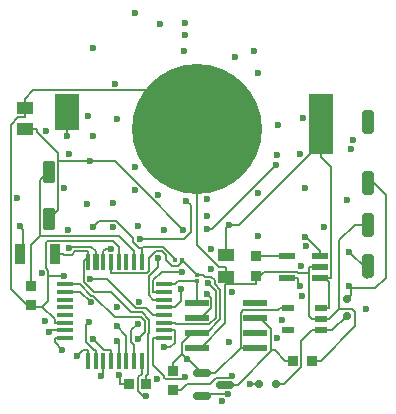
<source format=gbr>
%TF.GenerationSoftware,KiCad,Pcbnew,9.0.1*%
%TF.CreationDate,2025-06-29T08:21:18-07:00*%
%TF.ProjectId,Complete_Watch,436f6d70-6c65-4746-955f-57617463682e,rev?*%
%TF.SameCoordinates,Original*%
%TF.FileFunction,Copper,L4,Bot*%
%TF.FilePolarity,Positive*%
%FSLAX46Y46*%
G04 Gerber Fmt 4.6, Leading zero omitted, Abs format (unit mm)*
G04 Created by KiCad (PCBNEW 9.0.1) date 2025-06-29 08:21:18*
%MOMM*%
%LPD*%
G01*
G04 APERTURE LIST*
G04 Aperture macros list*
%AMRoundRect*
0 Rectangle with rounded corners*
0 $1 Rounding radius*
0 $2 $3 $4 $5 $6 $7 $8 $9 X,Y pos of 4 corners*
0 Add a 4 corners polygon primitive as box body*
4,1,4,$2,$3,$4,$5,$6,$7,$8,$9,$2,$3,0*
0 Add four circle primitives for the rounded corners*
1,1,$1+$1,$2,$3*
1,1,$1+$1,$4,$5*
1,1,$1+$1,$6,$7*
1,1,$1+$1,$8,$9*
0 Add four rect primitives between the rounded corners*
20,1,$1+$1,$2,$3,$4,$5,0*
20,1,$1+$1,$4,$5,$6,$7,0*
20,1,$1+$1,$6,$7,$8,$9,0*
20,1,$1+$1,$8,$9,$2,$3,0*%
G04 Aperture macros list end*
%TA.AperFunction,SMDPad,CuDef*%
%ADD10R,1.346200X0.400000*%
%TD*%
%TA.AperFunction,SMDPad,CuDef*%
%ADD11R,0.400000X1.346200*%
%TD*%
%TA.AperFunction,SMDPad,CuDef*%
%ADD12R,0.508000X1.346200*%
%TD*%
%TA.AperFunction,SMDPad,CuDef*%
%ADD13RoundRect,0.150000X-0.350000X0.802500X-0.350000X-0.802500X0.350000X-0.802500X0.350000X0.802500X0*%
%TD*%
%TA.AperFunction,SMDPad,CuDef*%
%ADD14RoundRect,0.150000X-0.587500X-0.150000X0.587500X-0.150000X0.587500X0.150000X-0.587500X0.150000X0*%
%TD*%
%TA.AperFunction,SMDPad,CuDef*%
%ADD15RoundRect,0.150000X-0.150000X-0.200000X0.150000X-0.200000X0.150000X0.200000X-0.150000X0.200000X0*%
%TD*%
%TA.AperFunction,SMDPad,CuDef*%
%ADD16R,1.320800X0.558800*%
%TD*%
%TA.AperFunction,SMDPad,CuDef*%
%ADD17RoundRect,0.150000X0.350000X0.850000X-0.350000X0.850000X-0.350000X-0.850000X0.350000X-0.850000X0*%
%TD*%
%TA.AperFunction,SMDPad,CuDef*%
%ADD18RoundRect,0.144117X0.336272X0.855883X-0.336272X0.855883X-0.336272X-0.855883X0.336272X-0.855883X0*%
%TD*%
%TA.AperFunction,SMDPad,CuDef*%
%ADD19R,0.890000X0.930000*%
%TD*%
%TA.AperFunction,SMDPad,CuDef*%
%ADD20C,11.000000*%
%TD*%
%TA.AperFunction,SMDPad,CuDef*%
%ADD21R,2.000000X5.100000*%
%TD*%
%TA.AperFunction,SMDPad,CuDef*%
%ADD22R,2.000000X3.100000*%
%TD*%
%TA.AperFunction,SMDPad,CuDef*%
%ADD23R,0.930000X0.890000*%
%TD*%
%TA.AperFunction,SMDPad,CuDef*%
%ADD24R,0.900000X0.970000*%
%TD*%
%TA.AperFunction,SMDPad,CuDef*%
%ADD25R,1.420000X1.080000*%
%TD*%
%TA.AperFunction,SMDPad,CuDef*%
%ADD26RoundRect,0.082500X0.117500X-0.082500X0.117500X0.082500X-0.117500X0.082500X-0.117500X-0.082500X0*%
%TD*%
%TA.AperFunction,SMDPad,CuDef*%
%ADD27RoundRect,0.095000X0.105000X-0.095000X0.105000X0.095000X-0.105000X0.095000X-0.105000X-0.095000X0*%
%TD*%
%TA.AperFunction,SMDPad,CuDef*%
%ADD28R,0.970000X1.730000*%
%TD*%
%TA.AperFunction,SMDPad,CuDef*%
%ADD29RoundRect,0.073750X0.911250X0.221250X-0.911250X0.221250X-0.911250X-0.221250X0.911250X-0.221250X0*%
%TD*%
%TA.AperFunction,SMDPad,CuDef*%
%ADD30RoundRect,0.150000X-0.200000X0.150000X-0.200000X-0.150000X0.200000X-0.150000X0.200000X0.150000X0*%
%TD*%
%TA.AperFunction,SMDPad,CuDef*%
%ADD31R,0.977900X0.508000*%
%TD*%
%TA.AperFunction,SMDPad,CuDef*%
%ADD32RoundRect,0.082500X-0.082500X-0.117500X0.082500X-0.117500X0.082500X0.117500X-0.082500X0.117500X0*%
%TD*%
%TA.AperFunction,SMDPad,CuDef*%
%ADD33RoundRect,0.095000X-0.095000X-0.105000X0.095000X-0.105000X0.095000X0.105000X-0.095000X0.105000X0*%
%TD*%
%TA.AperFunction,ViaPad*%
%ADD34C,0.600000*%
%TD*%
%TA.AperFunction,Conductor*%
%ADD35C,0.200000*%
%TD*%
G04 APERTURE END LIST*
D10*
%TO.P,U2,1,PA3*%
%TO.N,SCL*%
X223247500Y-93046201D03*
%TO.P,U2,2,PA4*%
%TO.N,A*%
X223247500Y-93696199D03*
%TO.P,U2,3,PA5*%
%TO.N,B*%
X223247500Y-94346201D03*
%TO.P,U2,4,PA6*%
%TO.N,C*%
X223247500Y-94996199D03*
%TO.P,U2,5,PA7*%
%TO.N,D*%
X223247500Y-95646201D03*
%TO.P,U2,6,PC0*%
%TO.N,E*%
X223247500Y-96296199D03*
%TO.P,U2,7,PC1*%
%TO.N,F*%
X223247500Y-96946201D03*
%TO.P,U2,8,PC2*%
%TO.N,G*%
X223247500Y-97596199D03*
D11*
%TO.P,U2,9,PC3*%
%TO.N,H*%
X221344199Y-99499500D03*
%TO.P,U2,10,PD0*%
%TO.N,I*%
X220694201Y-99499500D03*
%TO.P,U2,11,PD1*%
%TO.N,J*%
X220044199Y-99499500D03*
%TO.P,U2,12,PD2*%
%TO.N,K*%
X219394201Y-99499500D03*
%TO.P,U2,13,PD3*%
%TO.N,L*%
X218744199Y-99499500D03*
%TO.P,U2,14,PD4*%
%TO.N,M*%
X218094201Y-99499500D03*
%TO.P,U2,15,PD5*%
%TO.N,N*%
X217444199Y-99499500D03*
%TO.P,U2,16,PD6*%
%TO.N,O*%
X216794201Y-99499500D03*
D10*
%TO.P,U2,17,PD7*%
%TO.N,P*%
X214890900Y-97596199D03*
%TO.P,U2,18,AVDD*%
%TO.N,CHIP_POW*%
X214890900Y-96946201D03*
%TO.P,U2,19,GND*%
%TO.N,GNDREF*%
X214890900Y-96296199D03*
%TO.P,U2,20,PF0_(TOSC1)*%
%TO.N,unconnected-(U2-PF0_(TOSC1)-Pad20)*%
X214890900Y-95646201D03*
%TO.P,U2,21,PF1_(TOSC2)*%
%TO.N,unconnected-(U2-PF1_(TOSC2)-Pad21)*%
X214890900Y-94996199D03*
%TO.P,U2,22,PF2*%
%TO.N,unconnected-(U2-PF2-Pad22)*%
X214890900Y-94346201D03*
%TO.P,U2,23,PF3*%
%TO.N,Net-(Q1-G)*%
X214890900Y-93696199D03*
%TO.P,U2,24,PF4*%
%TO.N,Charge_STAT*%
X214890900Y-93046201D03*
D11*
%TO.P,U2,25,PF5*%
%TO.N,Bat_READ*%
X216794201Y-91142900D03*
D12*
%TO.P,U2,26,PF6*%
%TO.N,Bat_ON*%
X217444199Y-91142900D03*
D11*
%TO.P,U2,27,UPDI*%
%TO.N,UPDI*%
X218094201Y-91142900D03*
%TO.P,U2,28,VDD*%
%TO.N,CHIP_POW*%
X218744199Y-91142900D03*
%TO.P,U2,29,GND*%
%TO.N,GNDREF*%
X219394201Y-91142900D03*
%TO.P,U2,30,PA0*%
%TO.N,unconnected-(U2-PA0-Pad30)*%
X220044199Y-91142900D03*
%TO.P,U2,31,PA1*%
%TO.N,BUTT*%
X220694201Y-91142900D03*
%TO.P,U2,32,PA2*%
%TO.N,SDA*%
X221344199Y-91142900D03*
%TD*%
D13*
%TO.P,BB_B1,1,+*%
%TO.N,CHIP_POW*%
X213500000Y-87500000D03*
%TO.P,BB_B1,2,_*%
%TO.N,BUTT*%
X213500000Y-83500000D03*
%TD*%
D14*
%TO.P,Q1,1,G*%
%TO.N,Net-(Q1-G)*%
X226500000Y-102500000D03*
%TO.P,Q1,2,S*%
%TO.N,CHIP_POW*%
X226500000Y-100600000D03*
%TO.P,Q1,3,D*%
%TO.N,RTC_WAKE*%
X228375001Y-101550000D03*
%TD*%
D15*
%TO.P,DB2,1,K*%
%TO.N,Net-(DB1-K)*%
X232700000Y-101500000D03*
%TO.P,DB2,2,A*%
%TO.N,Bat_ON*%
X231300000Y-101500000D03*
%TD*%
D16*
%TO.P,CHG1,1,STAT*%
%TO.N,Charge_STAT*%
X236440800Y-90620400D03*
%TO.P,CHG1,2,VSS*%
%TO.N,GNDREF*%
X236440800Y-91560200D03*
%TO.P,CHG1,3,VBAT*%
%TO.N,Net-(CHG1-VBAT)*%
X236440800Y-92500000D03*
%TO.P,CHG1,4,VDD*%
%TO.N,USB + *%
X233697600Y-92500000D03*
%TO.P,CHG1,5,PROG*%
%TO.N,Net-(CHG1-PROG)*%
X233697600Y-90620400D03*
%TD*%
D17*
%TO.P,POGO1,1,USB_+*%
%TO.N,USB + *%
X240500000Y-84500000D03*
%TO.P,POGO1,2,USB_-*%
%TO.N,GNDREF*%
X240500000Y-88000000D03*
%TO.P,POGO1,3,PROG*%
%TO.N,UPDI*%
X240500000Y-91500000D03*
D18*
%TO.P,POGO1,4,NC*%
%TO.N,unconnected-(POGO1-NC-Pad4)*%
X240480389Y-79294519D03*
%TD*%
D19*
%TO.P,R4,1*%
%TO.N,RTC_WAKE*%
X234186000Y-99500000D03*
%TO.P,R4,2*%
%TO.N,GNDREF*%
X235814000Y-99500000D03*
%TD*%
D20*
%TO.P,BT1,N*%
%TO.N,GNDREF*%
X226000000Y-79900000D03*
D21*
%TO.P,BT1,P*%
%TO.N,Net-(CHG1-VBAT)*%
X236500000Y-79450000D03*
D22*
X215000000Y-78450000D03*
%TD*%
D23*
%TO.P,R3,1*%
%TO.N,Charge_STAT*%
X224000000Y-102000000D03*
%TO.P,R3,2*%
%TO.N,CHIP_POW*%
X224000000Y-100372000D03*
%TD*%
%TO.P,R2,1*%
%TO.N,BUTT*%
X212000000Y-93186000D03*
%TO.P,R2,2*%
%TO.N,GNDREF*%
X212000000Y-94814000D03*
%TD*%
D24*
%TO.P,R6,1*%
%TO.N,Bat_READ*%
X221760000Y-101500000D03*
%TO.P,R6,2*%
%TO.N,GNDREF*%
X220240000Y-101500000D03*
%TD*%
D25*
%TO.P,C1,1*%
%TO.N,CHIP_POW*%
X211500000Y-79895001D03*
%TO.P,C1,2*%
%TO.N,GNDREF*%
X211500000Y-78104999D03*
%TD*%
%TO.P,C2,1*%
%TO.N,Net-(CHG1-VBAT)*%
X228500000Y-90604999D03*
%TO.P,C2,2*%
%TO.N,GNDREF*%
X228500000Y-92395001D03*
%TD*%
D26*
%TO.P,R8,1*%
%TO.N,SCL*%
X226000000Y-92805001D03*
D27*
%TO.P,R8,2*%
%TO.N,CHIP_POW*%
X226000000Y-92220000D03*
%TD*%
D28*
%TO.P,R5,1*%
%TO.N,Net-(CHG1-VBAT)*%
X211020000Y-90500000D03*
%TO.P,R5,2*%
%TO.N,Bat_READ*%
X213980000Y-90500000D03*
%TD*%
D29*
%TO.P,U3,1,32KHZ*%
%TO.N,unconnected-(U3-32KHZ-Pad1)*%
X230975000Y-94595000D03*
%TO.P,U3,2,VCC*%
%TO.N,RTC_WAKE*%
X230975000Y-95865000D03*
%TO.P,U3,3,~{INT}/SQW*%
%TO.N,unconnected-(U3-~{INT}{slash}SQW-Pad3)*%
X230975000Y-97135000D03*
%TO.P,U3,4,~{RST}*%
%TO.N,CHIP_POW*%
X230975000Y-98405000D03*
%TO.P,U3,5,GND*%
%TO.N,GNDREF*%
X226025000Y-98405000D03*
%TO.P,U3,6,VBAT*%
%TO.N,CHIP_POW*%
X226025000Y-97135000D03*
%TO.P,U3,7,SDA*%
%TO.N,SDA*%
X226025000Y-95865000D03*
%TO.P,U3,8,SCL*%
%TO.N,SCL*%
X226025000Y-94595000D03*
%TD*%
D30*
%TO.P,DB1,1,K*%
%TO.N,Net-(DB1-K)*%
X238756800Y-95700000D03*
%TO.P,DB1,2,A*%
%TO.N,USB + *%
X238756800Y-94300000D03*
%TD*%
D31*
%TO.P,U1,1,IN*%
%TO.N,Net-(CHG1-VBAT)*%
X236500050Y-95049999D03*
%TO.P,U1,2,GND*%
%TO.N,GNDREF*%
X236500050Y-96000000D03*
%TO.P,U1,3,EN*%
%TO.N,Net-(DB1-K)*%
X236500050Y-96950001D03*
%TO.P,U1,4,NC*%
%TO.N,unconnected-(U1-NC-Pad4)*%
X233769550Y-96950001D03*
%TO.P,U1,5,OUT*%
%TO.N,CHIP_POW*%
X233769550Y-95049999D03*
%TD*%
D32*
%TO.P,R7,1*%
%TO.N,SDA*%
X224194999Y-91000000D03*
D33*
%TO.P,R7,2*%
%TO.N,CHIP_POW*%
X224780000Y-91000000D03*
%TD*%
D23*
%TO.P,R1,1*%
%TO.N,Net-(CHG1-PROG)*%
X231000000Y-90686000D03*
%TO.P,R1,2*%
%TO.N,GNDREF*%
X231000000Y-92314000D03*
%TD*%
D34*
%TO.N,Net-(CHG1-VBAT)*%
X215000000Y-80452200D03*
X211021600Y-88115500D03*
X228754400Y-87988700D03*
%TO.N,USB + *%
X234756400Y-93191800D03*
X238941300Y-93191800D03*
%TO.N,GNDREF*%
X214755200Y-92314300D03*
X219433600Y-100737300D03*
%TO.N,CHIP_POW*%
X224887600Y-88431400D03*
X213522500Y-97094200D03*
X217001900Y-82598600D03*
X225205100Y-99413300D03*
%TO.N,Charge_STAT*%
X229001800Y-100785300D03*
X221005500Y-97695200D03*
X235207700Y-89028000D03*
%TO.N,Bat_ON*%
X230543700Y-101500000D03*
X215188600Y-90005900D03*
%TO.N,F*%
X215239400Y-82040400D03*
X218913500Y-88201200D03*
X223243000Y-98386000D03*
X221041600Y-88076800D03*
%TO.N,P*%
X214587200Y-98582600D03*
X239115500Y-81555300D03*
X228142500Y-102892700D03*
X234792000Y-82043700D03*
X227229600Y-90050000D03*
%TO.N,N*%
X225127900Y-85956300D03*
X232843700Y-82061300D03*
X216927100Y-96261800D03*
X221200500Y-89204200D03*
%TO.N,B*%
X222753400Y-90791400D03*
X234852800Y-91520100D03*
X231232100Y-88960000D03*
%TO.N,M*%
X222722600Y-85487100D03*
X226845700Y-85853300D03*
X231169800Y-75140000D03*
X212909700Y-92132600D03*
X217879000Y-100809200D03*
%TO.N,O*%
X232767700Y-82950300D03*
X218897200Y-86130900D03*
X235045400Y-78950000D03*
X215838800Y-99095200D03*
X219228000Y-94951100D03*
X226924500Y-88374100D03*
%TO.N,L*%
X217256000Y-97636900D03*
X228963000Y-93705800D03*
X213133300Y-96185500D03*
X222684400Y-101045900D03*
%TO.N,A*%
X229240100Y-73801100D03*
X231229100Y-85317200D03*
X217249500Y-73053800D03*
X224765600Y-91969400D03*
X236772500Y-88201900D03*
%TO.N,J*%
X228774400Y-97900700D03*
X235241300Y-89812900D03*
X232841900Y-97614900D03*
X219246200Y-96589000D03*
%TO.N,H*%
X240349314Y-95150685D03*
X215115700Y-88447300D03*
X233229200Y-96090000D03*
X221688200Y-102476800D03*
X221116600Y-94531300D03*
%TO.N,D*%
X227246900Y-91720500D03*
X216997000Y-92603600D03*
X217228200Y-80506200D03*
X223255200Y-88448000D03*
%TO.N,K*%
X219242200Y-79024400D03*
X216744500Y-86250800D03*
X220771000Y-83095600D03*
X220772600Y-70062600D03*
X219232400Y-97812800D03*
%TO.N,I*%
X214804000Y-84852100D03*
X221034200Y-96380800D03*
X219112000Y-76065100D03*
X222893700Y-70967300D03*
X220829500Y-85080100D03*
X239215300Y-80808800D03*
X210801800Y-85712500D03*
%TO.N,G*%
X213231900Y-80058700D03*
X224982800Y-100890700D03*
X225006900Y-70950000D03*
X224895200Y-73257400D03*
X232918700Y-79589800D03*
X216772700Y-78791900D03*
X230823800Y-73259000D03*
%TO.N,C*%
X224704000Y-93473600D03*
X234946700Y-94050000D03*
X226873000Y-87286700D03*
%TO.N,E*%
X235204200Y-84878100D03*
X238758900Y-85945700D03*
X225052100Y-71950000D03*
X226978300Y-92956000D03*
%TO.N,UPDI*%
X218744200Y-90025700D03*
X238948050Y-90271363D03*
%TO.N,SDA*%
X226908700Y-93855800D03*
X217243200Y-88156800D03*
%TO.N,Net-(Q1-G)*%
X228704000Y-102330300D03*
X217025100Y-94555700D03*
%TD*%
D35*
%TO.N,USB + *%
X241107075Y-93366000D02*
X239115500Y-93366000D01*
X242000000Y-92473075D02*
X241107075Y-93366000D01*
X241000000Y-84500000D02*
X242000000Y-85500000D01*
X242000000Y-85500000D02*
X242000000Y-92473075D01*
%TO.N,UPDI*%
X240459600Y-91782913D02*
X240459600Y-92500000D01*
X238948050Y-90271363D02*
X240459600Y-91782913D01*
%TO.N,Net-(CHG1-VBAT)*%
X236892900Y-92500000D02*
X237344900Y-92500000D01*
X236500000Y-79450000D02*
X236500000Y-80846800D01*
X228500000Y-88243100D02*
X228754400Y-87988700D01*
X229615900Y-87988700D02*
X236500000Y-81104600D01*
X236500000Y-81104600D02*
X236500000Y-80846800D01*
X215000000Y-78450000D02*
X215000000Y-80452200D01*
X211344700Y-90175300D02*
X211344700Y-88438600D01*
X228500000Y-90605000D02*
X228500000Y-88243100D01*
X237344900Y-83088600D02*
X236500000Y-82243700D01*
X236500000Y-80846800D02*
X236500000Y-82243700D01*
X236440800Y-92500000D02*
X236892900Y-92500000D01*
X211344700Y-88438600D02*
X211021600Y-88115500D01*
X228754400Y-87988700D02*
X229615900Y-87988700D01*
X236500000Y-95050000D02*
X237232600Y-95050000D01*
X237344900Y-92500000D02*
X237344900Y-83088600D01*
X236892900Y-92500000D02*
X237232600Y-92839700D01*
X237232600Y-92839700D02*
X237232600Y-95050000D01*
X211020000Y-90500000D02*
X211344700Y-90175300D01*
%TO.N,USB + *%
X234601700Y-92500000D02*
X234601700Y-93037100D01*
X238756800Y-94300000D02*
X239115500Y-93941300D01*
X239115500Y-93366000D02*
X238941300Y-93191800D01*
X239115500Y-93941300D02*
X239115500Y-93366000D01*
X234601700Y-93037100D02*
X234756400Y-93191800D01*
X233697600Y-92500000D02*
X234601700Y-92500000D01*
%TO.N,GNDREF*%
X210257300Y-79531400D02*
X210257300Y-93415600D01*
X219394200Y-89849400D02*
X218884700Y-89339900D01*
X235814000Y-99500000D02*
X236502700Y-99500000D01*
X226000000Y-79900000D02*
X222729400Y-76629400D01*
X231000000Y-92658300D02*
X231000000Y-93002700D01*
X211500000Y-78105000D02*
X211500000Y-77321300D01*
X239400000Y-88000000D02*
X240500000Y-88000000D01*
X231000000Y-92658300D02*
X231686300Y-91972000D01*
X210257300Y-93415600D02*
X212000000Y-95158300D01*
X213453400Y-91907500D02*
X213453400Y-92314300D01*
X213389200Y-89339900D02*
X213250500Y-89478600D01*
X236500000Y-96000000D02*
X237232600Y-96000000D01*
X214432500Y-96296200D02*
X214890900Y-96296200D01*
X213250500Y-89478600D02*
X213250500Y-91704600D01*
X228500000Y-92395000D02*
X228500000Y-93002700D01*
X231686300Y-91972000D02*
X234535900Y-91972000D01*
X212949000Y-94986100D02*
X213453400Y-94481700D01*
X219546300Y-100850000D02*
X219433600Y-100737300D01*
X238102300Y-89297700D02*
X239400000Y-88000000D01*
X238084000Y-95148600D02*
X238102300Y-95148600D01*
X212000000Y-94986100D02*
X212000000Y-95158300D01*
X235505500Y-91591400D02*
X235536700Y-91560200D01*
X228500000Y-91611300D02*
X227906500Y-91611300D01*
X239163900Y-95148600D02*
X239382500Y-95367200D01*
X231000000Y-92314000D02*
X231000000Y-92658300D01*
X228500000Y-92395000D02*
X228500000Y-91611300D01*
X239382500Y-96620200D02*
X236502700Y-99500000D01*
X213250500Y-91704600D02*
X213453400Y-91907500D01*
X211500000Y-78888700D02*
X210900000Y-78888700D01*
X236440800Y-91560200D02*
X235536700Y-91560200D01*
X218884700Y-89339900D02*
X213389200Y-89339900D01*
X235505500Y-92063800D02*
X235505500Y-91591400D01*
X236500000Y-96000000D02*
X235767300Y-96000000D01*
X228500000Y-93002700D02*
X231000000Y-93002700D01*
X213974100Y-96011200D02*
X213974100Y-96296200D01*
X238102300Y-95148600D02*
X239163900Y-95148600D01*
X237232600Y-96000000D02*
X238084000Y-95148600D01*
X212000000Y-94814000D02*
X212000000Y-94986100D01*
X226351300Y-98405000D02*
X228419100Y-96337200D01*
X219394200Y-90226100D02*
X219394200Y-89849400D01*
X222729400Y-76629400D02*
X212191900Y-76629400D01*
X226025000Y-98405000D02*
X226351300Y-98405000D01*
X235505500Y-95738200D02*
X235505500Y-92063800D01*
X214432500Y-96296200D02*
X213974100Y-96296200D01*
X213453400Y-94481700D02*
X213453400Y-92314300D01*
X235767300Y-96000000D02*
X235505500Y-95738200D01*
X210900000Y-78888700D02*
X210257300Y-79531400D01*
X228419100Y-96337200D02*
X228419100Y-93083600D01*
X213453400Y-92314300D02*
X214755200Y-92314300D01*
X219546300Y-101500000D02*
X219546300Y-100850000D01*
X228419100Y-93083600D02*
X228500000Y-93002700D01*
X212000000Y-94986100D02*
X212949000Y-94986100D01*
X212191900Y-76629400D02*
X211500000Y-77321300D01*
X220240000Y-101500000D02*
X219546300Y-101500000D01*
X227906500Y-91611300D02*
X226000000Y-89704800D01*
X234627700Y-92063800D02*
X235505500Y-92063800D01*
X239382500Y-95367200D02*
X239382500Y-96620200D01*
X219394200Y-91142900D02*
X219394200Y-90226100D01*
X226000000Y-89704800D02*
X226000000Y-79900000D01*
X212949000Y-94986100D02*
X213974100Y-96011200D01*
X234535900Y-91972000D02*
X234627700Y-92063800D01*
X211500000Y-78105000D02*
X211500000Y-78888700D01*
X238102300Y-95148600D02*
X238102300Y-89297700D01*
%TO.N,BUTT*%
X212750000Y-84250000D02*
X212750000Y-88996200D01*
X220694200Y-90226100D02*
X219464300Y-88996200D01*
X212750000Y-88996200D02*
X212000000Y-89746200D01*
X220694200Y-91142900D02*
X220694200Y-90226100D01*
X212000000Y-89746200D02*
X212000000Y-92497300D01*
X219464300Y-88996200D02*
X212750000Y-88996200D01*
X213500000Y-83500000D02*
X212750000Y-84250000D01*
X212000000Y-93186000D02*
X212000000Y-92497300D01*
%TO.N,CHIP_POW*%
X221968600Y-91887200D02*
X221796100Y-92059700D01*
X223046600Y-90226100D02*
X222538700Y-90226100D01*
X224817200Y-91107300D02*
X224454600Y-91469900D01*
X228016800Y-93506300D02*
X227534700Y-93024200D01*
X214244700Y-81969700D02*
X214244700Y-82598600D01*
X226500000Y-100600000D02*
X227539600Y-100600000D01*
X227539600Y-100600000D02*
X229734600Y-98405000D01*
X221559400Y-85103200D02*
X224887600Y-88431400D01*
X229967700Y-95230000D02*
X232856800Y-95230000D01*
X227534700Y-92695500D02*
X227236700Y-92397500D01*
X226025000Y-97135000D02*
X226865100Y-97135000D01*
X224791700Y-97992200D02*
X225648900Y-97135000D01*
X226704700Y-92397500D02*
X226527200Y-92220000D01*
X233769500Y-95050000D02*
X233036800Y-95050000D01*
X223421100Y-90600600D02*
X223046600Y-90226100D01*
X221796100Y-92059700D02*
X218744200Y-92059700D01*
X224887300Y-91107300D02*
X226000000Y-92220000D01*
X226500000Y-100600000D02*
X225313300Y-99413300D01*
X214890900Y-96946200D02*
X213670500Y-96946200D01*
X225205100Y-99413300D02*
X225205100Y-99359200D01*
X224737500Y-98945800D02*
X224791700Y-98945800D01*
X223421100Y-90975300D02*
X223421100Y-90600600D01*
X214244700Y-82598600D02*
X217001900Y-82598600D01*
X219125300Y-82598600D02*
X221559400Y-85032700D01*
X225648900Y-97135000D02*
X226025000Y-97135000D01*
X222538700Y-90226100D02*
X221968600Y-90796200D01*
X218744200Y-91142900D02*
X218744200Y-92059700D01*
X225313300Y-99413300D02*
X225205100Y-99413300D01*
X212453700Y-80178700D02*
X214244700Y-81969700D01*
X224000000Y-100372000D02*
X224000000Y-99683300D01*
X224817200Y-91037200D02*
X224817200Y-91107300D01*
X230975000Y-98405000D02*
X229734600Y-98405000D01*
X232856800Y-95230000D02*
X233036800Y-95050000D01*
X213670500Y-96946200D02*
X213522500Y-97094200D01*
X224791700Y-98945800D02*
X224791700Y-97992200D01*
X221968600Y-90796200D02*
X221968600Y-91887200D01*
X224454600Y-91469900D02*
X223915700Y-91469900D01*
X214244700Y-82598600D02*
X214244700Y-86755300D01*
X229734600Y-98405000D02*
X229734600Y-95463100D01*
X228016800Y-95983300D02*
X228016800Y-93506300D01*
X217001900Y-82598600D02*
X219125300Y-82598600D01*
X212453700Y-79895000D02*
X212453700Y-80178700D01*
X214244700Y-86755300D02*
X213500000Y-87500000D01*
X221559400Y-85032700D02*
X221559400Y-85103200D01*
X227236700Y-92397500D02*
X226704700Y-92397500D01*
X224000000Y-99683300D02*
X224737500Y-98945800D01*
X226865100Y-97135000D02*
X228016800Y-95983300D01*
X226527200Y-92220000D02*
X226000000Y-92220000D01*
X211500000Y-79895000D02*
X212453700Y-79895000D01*
X229734600Y-95463100D02*
X229967700Y-95230000D01*
X224817200Y-91107300D02*
X224887300Y-91107300D01*
X224780000Y-91000000D02*
X224817200Y-91037200D01*
X223915700Y-91469900D02*
X223421100Y-90975300D01*
X227534700Y-93024200D02*
X227534700Y-92695500D01*
X225205100Y-99359200D02*
X224791700Y-98945800D01*
%TO.N,Net-(CHG1-PROG)*%
X232727900Y-90686000D02*
X232793500Y-90620400D01*
X231000000Y-90686000D02*
X232727900Y-90686000D01*
X233697600Y-90620400D02*
X232793500Y-90620400D01*
%TO.N,Charge_STAT*%
X235225300Y-89028000D02*
X235207700Y-89028000D01*
X217250300Y-94012000D02*
X217067300Y-94012000D01*
X217067300Y-94012000D02*
X216101500Y-93046200D01*
X224000000Y-102000000D02*
X224708700Y-102000000D01*
X236440800Y-90620400D02*
X236440800Y-90243500D01*
X236440800Y-90243500D02*
X235225300Y-89028000D01*
X225191700Y-101517000D02*
X227106500Y-101517000D01*
X221005500Y-97693100D02*
X221614500Y-97084100D01*
X216101500Y-93046200D02*
X214890900Y-93046200D01*
X227617800Y-101005700D02*
X228781400Y-101005700D01*
X221614500Y-97084100D02*
X221614500Y-96186800D01*
X221614500Y-96186800D02*
X221263800Y-95836100D01*
X228781400Y-101005700D02*
X229001800Y-100785300D01*
X224708700Y-102000000D02*
X225191700Y-101517000D01*
X221005500Y-97695200D02*
X221005500Y-97693100D01*
X219074400Y-95836100D02*
X217250300Y-94012000D01*
X221263800Y-95836100D02*
X219074400Y-95836100D01*
X227106500Y-101517000D02*
X227617800Y-101005700D01*
%TO.N,Bat_ON*%
X217444200Y-91142900D02*
X217444200Y-90226100D01*
X215345600Y-89848900D02*
X215188600Y-90005900D01*
X231300000Y-101500000D02*
X230543700Y-101500000D01*
X217444200Y-90226100D02*
X217067000Y-89848900D01*
X217067000Y-89848900D02*
X215345600Y-89848900D01*
%TO.N,F*%
X224164300Y-96946200D02*
X224164300Y-97989400D01*
X223247500Y-96946200D02*
X224164300Y-96946200D01*
X223767700Y-98386000D02*
X223243000Y-98386000D01*
X224164300Y-97989400D02*
X223767700Y-98386000D01*
%TO.N,P*%
X213974100Y-97596200D02*
X213974100Y-97969500D01*
X213974100Y-97969500D02*
X214587200Y-98582600D01*
X214890900Y-97596200D02*
X213974100Y-97596200D01*
%TO.N,N*%
X216664800Y-96524100D02*
X216927100Y-96261800D01*
X225496900Y-86325300D02*
X225496900Y-88602200D01*
X225127900Y-85956300D02*
X225496900Y-86325300D01*
X217444200Y-98582700D02*
X217346100Y-98582700D01*
X217346100Y-98582700D02*
X216664800Y-97901400D01*
X216664800Y-97901400D02*
X216664800Y-96524100D01*
X225496900Y-88602200D02*
X224894900Y-89204200D01*
X217444200Y-99499500D02*
X217444200Y-98582700D01*
X224894900Y-89204200D02*
X221200500Y-89204200D01*
%TO.N,B*%
X222330700Y-94346200D02*
X221968600Y-93984100D01*
X222753400Y-91588400D02*
X222753400Y-90791400D01*
X221968600Y-92373200D02*
X222753400Y-91588400D01*
X223247500Y-94346200D02*
X222330700Y-94346200D01*
X221968600Y-93984100D02*
X221968600Y-92373200D01*
%TO.N,M*%
X218094200Y-99499500D02*
X218094200Y-100594000D01*
X218094200Y-100594000D02*
X217879000Y-100809200D01*
%TO.N,O*%
X226924500Y-88374100D02*
X227343900Y-88374100D01*
X216794200Y-98582700D02*
X216351300Y-98582700D01*
X227343900Y-88374100D02*
X232767700Y-82950300D01*
X216351300Y-98582700D02*
X215838800Y-99095200D01*
X216794200Y-99499500D02*
X216794200Y-98582700D01*
%TO.N,L*%
X218744200Y-98582700D02*
X218201800Y-98582700D01*
X218744200Y-99499500D02*
X218744200Y-98582700D01*
X218201800Y-98582700D02*
X217256000Y-97636900D01*
%TO.N,A*%
X223247500Y-93696200D02*
X222330700Y-93696200D01*
X222330700Y-92691300D02*
X223052600Y-91969400D01*
X222330700Y-93696200D02*
X222330700Y-92691300D01*
X223052600Y-91969400D02*
X224765600Y-91969400D01*
%TO.N,J*%
X220044200Y-97387000D02*
X219246200Y-96589000D01*
X220044200Y-99499500D02*
X220044200Y-97387000D01*
%TO.N,H*%
X221344200Y-99499500D02*
X221344200Y-100618400D01*
X221344200Y-100618400D02*
X221057900Y-100904700D01*
X221057900Y-100904700D02*
X221057900Y-102077500D01*
X221057900Y-102077500D02*
X221457100Y-102476700D01*
X221688200Y-102476700D02*
X221688200Y-102476800D01*
X221457100Y-102476700D02*
X221688200Y-102476700D01*
%TO.N,D*%
X221759500Y-95075000D02*
X222330700Y-95646200D01*
X216997000Y-92603600D02*
X218420100Y-92603600D01*
X223247500Y-95646200D02*
X222330700Y-95646200D01*
X218420100Y-92603600D02*
X220891500Y-95075000D01*
X220891500Y-95075000D02*
X221759500Y-95075000D01*
%TO.N,K*%
X219394200Y-97974600D02*
X219232400Y-97812800D01*
X219394200Y-99499500D02*
X219394200Y-97974600D01*
%TO.N,I*%
X220694200Y-99499500D02*
X220694200Y-98154300D01*
X220461300Y-97921400D02*
X220461300Y-96953700D01*
X220461300Y-96953700D02*
X221034200Y-96380800D01*
X220694200Y-98154300D02*
X220461300Y-97921400D01*
%TO.N,G*%
X223247500Y-97596200D02*
X222330700Y-97596200D01*
X223391500Y-101060700D02*
X224812800Y-101060700D01*
X222330700Y-97596200D02*
X222330700Y-99866100D01*
X222330700Y-99866100D02*
X223285400Y-100820800D01*
X224812800Y-101060700D02*
X224982800Y-100890700D01*
X223285400Y-100954600D02*
X223391500Y-101060700D01*
X223285400Y-100820800D02*
X223285400Y-100954600D01*
%TO.N,C*%
X224704000Y-94456500D02*
X224704000Y-93473600D01*
X223247500Y-94996200D02*
X224164300Y-94996200D01*
X224164300Y-94996200D02*
X224704000Y-94456500D01*
%TO.N,E*%
X223247500Y-96296200D02*
X224164300Y-96296200D01*
X227079800Y-96404000D02*
X227614400Y-95869400D01*
X227614400Y-93592100D02*
X226978300Y-92956000D01*
X224164300Y-96296200D02*
X224272100Y-96404000D01*
X227614400Y-95869400D02*
X227614400Y-93592100D01*
X224272100Y-96404000D02*
X227079800Y-96404000D01*
%TO.N,UPDI*%
X218094200Y-90226100D02*
X218294600Y-90025700D01*
X218294600Y-90025700D02*
X218744200Y-90025700D01*
X218094200Y-91142900D02*
X218094200Y-90226100D01*
%TO.N,Bat_READ*%
X216451700Y-91102400D02*
X216451700Y-92831400D01*
X214708700Y-90500000D02*
X214758300Y-90549600D01*
X221988500Y-96046100D02*
X221988500Y-97196100D01*
X221914600Y-97270000D02*
X221914600Y-100616700D01*
X221760000Y-101500000D02*
X221760000Y-100771300D01*
X215413700Y-90549600D02*
X215737200Y-90226100D01*
X217288600Y-93668300D02*
X218714300Y-93668300D01*
X213980000Y-90500000D02*
X214708700Y-90500000D01*
X218714300Y-93668300D02*
X220464700Y-95418700D01*
X221988500Y-97196100D02*
X221914600Y-97270000D01*
X214758300Y-90549600D02*
X215413700Y-90549600D01*
X215737200Y-90226100D02*
X216794200Y-90226100D01*
X216794200Y-90759900D02*
X216451700Y-91102400D01*
X220464700Y-95418700D02*
X221361100Y-95418700D01*
X221361100Y-95418700D02*
X221988500Y-96046100D01*
X221914600Y-100616700D02*
X221760000Y-100771300D01*
X216451700Y-92831400D02*
X217288600Y-93668300D01*
X216794200Y-91142900D02*
X216794200Y-90759900D01*
X216794200Y-90759900D02*
X216794200Y-90226100D01*
%TO.N,RTC_WAKE*%
X232404300Y-98629700D02*
X229484000Y-101550000D01*
X234186000Y-99500000D02*
X233497300Y-99500000D01*
X229484000Y-101550000D02*
X228375000Y-101550000D01*
X231367300Y-95865000D02*
X232298200Y-96795900D01*
X232298200Y-98523600D02*
X232404300Y-98629700D01*
X230975000Y-95865000D02*
X231367300Y-95865000D01*
X232298200Y-96795900D02*
X232298200Y-98523600D01*
X232627000Y-98629700D02*
X233497300Y-99500000D01*
X232404300Y-98629700D02*
X232627000Y-98629700D01*
%TO.N,SDA*%
X227262500Y-94209600D02*
X226908700Y-93855800D01*
X221344200Y-91142900D02*
X221344200Y-90226100D01*
X227262500Y-95013500D02*
X227262500Y-94209600D01*
X217742600Y-87657400D02*
X217243200Y-88156800D01*
X226411000Y-95865000D02*
X227262500Y-95013500D01*
X219197300Y-87657400D02*
X217742600Y-87657400D01*
X220656700Y-89491200D02*
X220656700Y-89116800D01*
X224195000Y-90878500D02*
X223198900Y-89882400D01*
X221344200Y-89968700D02*
X221134200Y-89968700D01*
X223198900Y-89882400D02*
X221430500Y-89882400D01*
X221430500Y-89882400D02*
X221344200Y-89968700D01*
X221134200Y-89968700D02*
X220656700Y-89491200D01*
X226025000Y-95865000D02*
X226411000Y-95865000D01*
X224195000Y-91000000D02*
X224195000Y-90878500D01*
X220656700Y-89116800D02*
X219197300Y-87657400D01*
X221344200Y-89968700D02*
X221344200Y-90226100D01*
%TO.N,SCL*%
X226025000Y-92830000D02*
X226025000Y-94595000D01*
X226000000Y-92805000D02*
X226025000Y-92830000D01*
X224164300Y-93046200D02*
X224405500Y-92805000D01*
X224405500Y-92805000D02*
X226000000Y-92805000D01*
X223247500Y-93046200D02*
X224164300Y-93046200D01*
%TO.N,Net-(DB1-K)*%
X235767300Y-96950000D02*
X234874700Y-97842600D01*
X234874700Y-97842600D02*
X234874700Y-100065900D01*
X234874700Y-100065900D02*
X233440600Y-101500000D01*
X233440600Y-101500000D02*
X232700000Y-101500000D01*
X236500000Y-96950000D02*
X237506800Y-96950000D01*
X236500000Y-96950000D02*
X235767300Y-96950000D01*
X237506800Y-96950000D02*
X238756800Y-95700000D01*
%TO.N,Net-(Q1-G)*%
X216165600Y-93696200D02*
X217025100Y-94555700D01*
X214890900Y-93696200D02*
X216165600Y-93696200D01*
X226669700Y-102330300D02*
X226500000Y-102500000D01*
X228704000Y-102330300D02*
X226669700Y-102330300D01*
%TD*%
M02*

</source>
